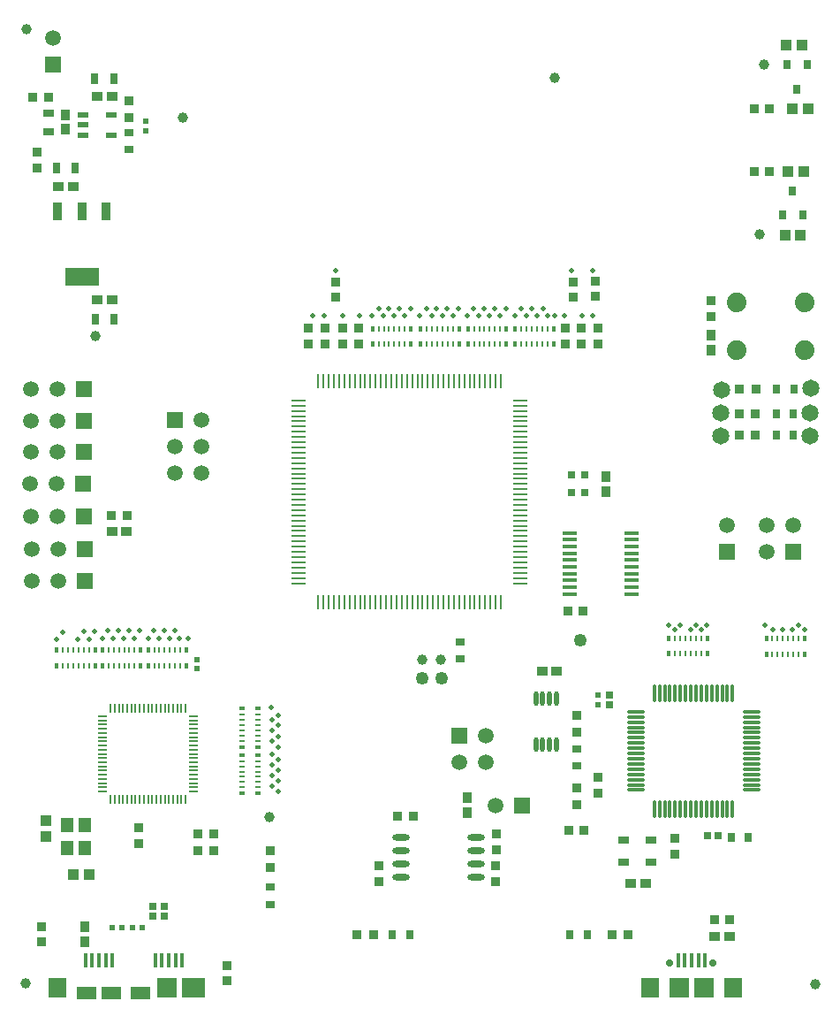
<source format=gbr>
%TF.GenerationSoftware,Altium Limited,Altium Designer,18.1.7 (191)*%
G04 Layer_Color=255*
%FSLAX26Y26*%
%MOIN*%
%TF.FileFunction,Pads,Top*%
%TF.Part,Single*%
G01*
G75*
%TA.AperFunction,SMDPad,CuDef*%
%ADD11C,0.019685*%
%ADD12R,0.043307X0.037402*%
%ADD13R,0.033465X0.035433*%
%ADD14R,0.031496X0.037402*%
%ADD15R,0.016732X0.019685*%
%ADD16R,0.009842X0.019685*%
%ADD17R,0.035433X0.037402*%
%ADD18C,0.039370*%
%ADD19R,0.047244X0.055118*%
%ADD20R,0.035433X0.031496*%
%ADD21O,0.017716X0.055118*%
%ADD22R,0.037402X0.035433*%
%ADD23R,0.058071X0.017716*%
%ADD24R,0.019685X0.016732*%
%ADD25R,0.019685X0.009842*%
%ADD26R,0.026772X0.026772*%
%ADD27R,0.026772X0.026772*%
%ADD28R,0.025591X0.037402*%
%ADD29R,0.022835X0.022047*%
%ADD30R,0.041339X0.039370*%
%ADD31R,0.039370X0.041339*%
%ADD32O,0.007874X0.037402*%
%ADD33O,0.037402X0.007874*%
%ADD34O,0.064961X0.023622*%
%ADD35R,0.037402X0.031496*%
%ADD36R,0.035433X0.033465*%
%ADD37R,0.022047X0.022835*%
%ADD38R,0.037402X0.043307*%
%ADD39R,0.021654X0.021654*%
%ADD40O,0.009842X0.055118*%
%ADD41O,0.055118X0.009842*%
%ADD42R,0.015748X0.053150*%
%ADD43R,0.070866X0.074803*%
%ADD44R,0.074803X0.074803*%
%ADD45R,0.039370X0.023622*%
%ADD46R,0.031496X0.027559*%
%ADD47R,0.039370X0.031496*%
%ADD48R,0.074803X0.047244*%
%ADD49R,0.090551X0.074803*%
%ADD50R,0.037402X0.037402*%
%ADD51O,0.070866X0.011811*%
%ADD52O,0.011811X0.070866*%
%ADD53R,0.031496X0.035433*%
%ADD54R,0.029528X0.039370*%
%ADD55R,0.125984X0.068898*%
%ADD56R,0.035433X0.068898*%
%ADD57R,0.039370X0.029528*%
%TA.AperFunction,ComponentPad*%
%ADD73R,0.059055X0.059055*%
%ADD74C,0.059055*%
%ADD75R,0.059055X0.059055*%
%TA.AperFunction,ViaPad*%
%ADD76C,0.049213*%
%ADD77C,0.064960*%
%TA.AperFunction,ComponentPad*%
%ADD78C,0.074000*%
%ADD79C,0.027559*%
D11*
X316102Y1458661D02*
D03*
X339370Y1486063D02*
D03*
X2339331Y2850827D02*
D03*
X2196614Y2680905D02*
D03*
X2070354Y2707756D02*
D03*
X2108779D02*
D03*
X2151418D02*
D03*
X1890276D02*
D03*
X1929646D02*
D03*
X1970118D02*
D03*
X2012126D02*
D03*
X1710748D02*
D03*
X1750118D02*
D03*
X1790591D02*
D03*
X1832599D02*
D03*
X1530669D02*
D03*
X1570039D02*
D03*
X1610512D02*
D03*
X1652520D02*
D03*
X2167598Y2680945D02*
D03*
X2128032D02*
D03*
X2089173D02*
D03*
X2045945D02*
D03*
X1989606D02*
D03*
X1950000D02*
D03*
X1909606D02*
D03*
X1865945D02*
D03*
X1810827D02*
D03*
X1771220D02*
D03*
X1731220D02*
D03*
X1687205D02*
D03*
X1629606D02*
D03*
X1589606D02*
D03*
X1550000D02*
D03*
X1505709D02*
D03*
X2232165D02*
D03*
X2259173Y2850827D02*
D03*
X2340354Y2680945D02*
D03*
X2300394Y2680787D02*
D03*
X1459606Y2680945D02*
D03*
X1394488D02*
D03*
X1369449Y2850827D02*
D03*
X1324055Y2680945D02*
D03*
X1282047D02*
D03*
X2770197Y1513110D02*
D03*
X2747402Y1494882D02*
D03*
X2727992Y1513110D02*
D03*
X2707323Y1494882D02*
D03*
X2668504Y1513110D02*
D03*
X2649095Y1494882D02*
D03*
X2626732Y1513110D02*
D03*
X3137677Y1494882D02*
D03*
X3115354Y1513110D02*
D03*
X3091968Y1494882D02*
D03*
X3056850D02*
D03*
X3018465D02*
D03*
X2990512Y1513110D02*
D03*
X489882Y1462716D02*
D03*
X1153622Y887835D02*
D03*
Y925236D02*
D03*
Y966221D02*
D03*
Y1005433D02*
D03*
Y1053661D02*
D03*
Y1093583D02*
D03*
Y1135709D02*
D03*
Y1174528D02*
D03*
X1127480Y906968D02*
D03*
Y946142D02*
D03*
Y986063D02*
D03*
Y1025267D02*
D03*
Y1075039D02*
D03*
Y1115827D02*
D03*
Y1155394D02*
D03*
X1124370Y1201535D02*
D03*
X397244Y1459331D02*
D03*
X418425Y1489016D02*
D03*
X438012Y1460945D02*
D03*
X460276Y1490079D02*
D03*
X510236Y1492402D02*
D03*
X529794Y1462716D02*
D03*
X549370Y1492402D02*
D03*
X568967Y1462716D02*
D03*
X588543Y1492402D02*
D03*
X607913Y1462716D02*
D03*
X630276Y1492402D02*
D03*
X661438Y1462716D02*
D03*
X681929Y1492402D02*
D03*
X702047Y1462716D02*
D03*
X721339Y1492402D02*
D03*
X741378Y1462716D02*
D03*
X762559Y1492402D02*
D03*
X780354Y1462716D02*
D03*
X811181D02*
D03*
D12*
X524449Y1865315D02*
D03*
X579567D02*
D03*
X2854764Y338820D02*
D03*
X2799646D02*
D03*
X2148406Y1339154D02*
D03*
X2203524D02*
D03*
X2482204Y538189D02*
D03*
X2537322D02*
D03*
X469410Y3507284D02*
D03*
X524528D02*
D03*
X323516Y3167638D02*
D03*
X378634D02*
D03*
X469870Y2741158D02*
D03*
X524988D02*
D03*
D13*
X521259Y1927007D02*
D03*
X582283D02*
D03*
X2412520Y345945D02*
D03*
X2473543D02*
D03*
X2952362Y2229213D02*
D03*
X2891339D02*
D03*
X2952362Y2311024D02*
D03*
X2891339D02*
D03*
X2954488Y2403543D02*
D03*
X2893465D02*
D03*
X1602125Y793623D02*
D03*
X1663149D02*
D03*
X1450275Y345945D02*
D03*
X1511299D02*
D03*
X908779Y726379D02*
D03*
X847757D02*
D03*
X847874Y664448D02*
D03*
X908898D02*
D03*
D14*
X2253701Y345945D02*
D03*
X2318661D02*
D03*
X3031181Y2228622D02*
D03*
X3096142D02*
D03*
X3031181Y2311024D02*
D03*
X3096142D02*
D03*
X3033307Y2402481D02*
D03*
X3098268D02*
D03*
X1648267Y345945D02*
D03*
X1583307D02*
D03*
D15*
X2046594Y2572008D02*
D03*
X2191280D02*
D03*
Y2631063D02*
D03*
X2046594D02*
D03*
X1868091Y2572008D02*
D03*
X2012776D02*
D03*
Y2631063D02*
D03*
X1868091D02*
D03*
X1507815Y2572008D02*
D03*
X1652500D02*
D03*
Y2631063D02*
D03*
X1507815D02*
D03*
X1689390Y2572008D02*
D03*
X1834075D02*
D03*
Y2631063D02*
D03*
X1689390D02*
D03*
X660866Y1418445D02*
D03*
X805551D02*
D03*
Y1359390D02*
D03*
X660866D02*
D03*
X488681Y1359409D02*
D03*
X633366D02*
D03*
Y1418465D02*
D03*
X488681D02*
D03*
X2626358Y1464527D02*
D03*
X2771043D02*
D03*
Y1405472D02*
D03*
X2626358D02*
D03*
X316319Y1359409D02*
D03*
X461004D02*
D03*
Y1418465D02*
D03*
X316319D02*
D03*
X2994075Y1463819D02*
D03*
X3138760D02*
D03*
Y1404764D02*
D03*
X2994075D02*
D03*
D16*
X2069724Y2572008D02*
D03*
X2089409D02*
D03*
X2109095D02*
D03*
X2128780D02*
D03*
X2148465D02*
D03*
X2168150D02*
D03*
Y2631063D02*
D03*
X2148465D02*
D03*
X2128780D02*
D03*
X2109095D02*
D03*
X2089409D02*
D03*
X2069724D02*
D03*
X1891220Y2572008D02*
D03*
X1910906D02*
D03*
X1930591D02*
D03*
X1950276D02*
D03*
X1969961D02*
D03*
X1989646D02*
D03*
Y2631063D02*
D03*
X1969961D02*
D03*
X1950276D02*
D03*
X1930591D02*
D03*
X1910906D02*
D03*
X1891220D02*
D03*
X1530945Y2572008D02*
D03*
X1550630D02*
D03*
X1570315D02*
D03*
X1590000D02*
D03*
X1609685D02*
D03*
X1629370D02*
D03*
Y2631063D02*
D03*
X1609685D02*
D03*
X1590000D02*
D03*
X1570315D02*
D03*
X1550630D02*
D03*
X1530945D02*
D03*
X1712520Y2572008D02*
D03*
X1732205D02*
D03*
X1751890D02*
D03*
X1771575D02*
D03*
X1791260D02*
D03*
X1810945D02*
D03*
Y2631063D02*
D03*
X1791260D02*
D03*
X1771575D02*
D03*
X1751890D02*
D03*
X1732205D02*
D03*
X1712520D02*
D03*
X683996Y1418445D02*
D03*
X703681D02*
D03*
X723366D02*
D03*
X743051D02*
D03*
X762736D02*
D03*
X782421D02*
D03*
Y1359390D02*
D03*
X762736D02*
D03*
X743051D02*
D03*
X723366D02*
D03*
X703681D02*
D03*
X683996D02*
D03*
X511811Y1359409D02*
D03*
X531496D02*
D03*
X551181D02*
D03*
X570866D02*
D03*
X590551D02*
D03*
X610236D02*
D03*
Y1418465D02*
D03*
X590551D02*
D03*
X570866D02*
D03*
X551181D02*
D03*
X531496D02*
D03*
X511811D02*
D03*
X2649488Y1464527D02*
D03*
X2669173D02*
D03*
X2688858D02*
D03*
X2708543D02*
D03*
X2728228D02*
D03*
X2747913D02*
D03*
Y1405472D02*
D03*
X2728228D02*
D03*
X2708543D02*
D03*
X2688858D02*
D03*
X2669173D02*
D03*
X2649488D02*
D03*
X339449Y1359409D02*
D03*
X359134D02*
D03*
X378819D02*
D03*
X398504D02*
D03*
X418189D02*
D03*
X437874D02*
D03*
Y1418465D02*
D03*
X418189D02*
D03*
X398504D02*
D03*
X378819D02*
D03*
X359134D02*
D03*
X339449D02*
D03*
X3017205Y1463819D02*
D03*
X3036890D02*
D03*
X3056575D02*
D03*
X3076260D02*
D03*
X3095945D02*
D03*
X3115630D02*
D03*
Y1404764D02*
D03*
X3095945D02*
D03*
X3076260D02*
D03*
X3056575D02*
D03*
X3036890D02*
D03*
X3017205D02*
D03*
D17*
X2350472Y2753189D02*
D03*
Y2810276D02*
D03*
X2297204Y2574449D02*
D03*
Y2631535D02*
D03*
X2264646Y2750748D02*
D03*
Y2807835D02*
D03*
X1394173Y2574449D02*
D03*
Y2631535D02*
D03*
X1368583Y2750433D02*
D03*
Y2807520D02*
D03*
X2236535Y2631535D02*
D03*
Y2574449D02*
D03*
X2357953Y2631535D02*
D03*
Y2574449D02*
D03*
X1456890Y2631535D02*
D03*
Y2574449D02*
D03*
X1330551Y2631535D02*
D03*
Y2574449D02*
D03*
X1266890Y2631535D02*
D03*
Y2574449D02*
D03*
X243819Y3294882D02*
D03*
Y3237795D02*
D03*
X960276Y173307D02*
D03*
Y230394D02*
D03*
X259016Y319685D02*
D03*
Y376772D02*
D03*
D18*
X1766772Y1384449D02*
D03*
X1695276D02*
D03*
X2196142Y3577323D02*
D03*
X197480Y162322D02*
D03*
X201220Y3760354D02*
D03*
X3177638Y158937D02*
D03*
X792323Y3425118D02*
D03*
X463307Y2603583D02*
D03*
X2969095Y2985157D02*
D03*
X2985590Y3627913D02*
D03*
X1117992Y789803D02*
D03*
D19*
X355866Y673622D02*
D03*
Y760236D02*
D03*
X422795D02*
D03*
Y673622D02*
D03*
D20*
X2277874Y1046014D02*
D03*
Y983022D02*
D03*
X588662Y3306024D02*
D03*
Y3369016D02*
D03*
D21*
X2124488Y1062382D02*
D03*
X2150079D02*
D03*
X2175669D02*
D03*
X2201260D02*
D03*
X2124488Y1235610D02*
D03*
X2150079D02*
D03*
X2175669D02*
D03*
X2201260D02*
D03*
D22*
X2301772Y1566968D02*
D03*
X2244685D02*
D03*
X2948701Y3461102D02*
D03*
X3005787D02*
D03*
X2948740Y3223622D02*
D03*
X3005827D02*
D03*
X284094Y3504724D02*
D03*
X227008D02*
D03*
X2306222Y739645D02*
D03*
X2249133D02*
D03*
X2798662Y401850D02*
D03*
X2855748D02*
D03*
D23*
X2253898Y1861378D02*
D03*
Y1835787D02*
D03*
Y1810197D02*
D03*
Y1784606D02*
D03*
Y1759016D02*
D03*
Y1733425D02*
D03*
Y1707835D02*
D03*
Y1682244D02*
D03*
Y1656654D02*
D03*
Y1631063D02*
D03*
X2485236D02*
D03*
Y1656654D02*
D03*
Y1682244D02*
D03*
Y1707835D02*
D03*
Y1733425D02*
D03*
Y1759016D02*
D03*
Y1784606D02*
D03*
Y1810197D02*
D03*
Y1835787D02*
D03*
Y1861378D02*
D03*
D24*
X1076024Y1023799D02*
D03*
Y879114D02*
D03*
X1016968D02*
D03*
Y1023799D02*
D03*
Y1198957D02*
D03*
Y1054272D02*
D03*
X1076024D02*
D03*
Y1198957D02*
D03*
D25*
Y1000669D02*
D03*
Y980984D02*
D03*
Y961299D02*
D03*
Y941614D02*
D03*
Y921929D02*
D03*
Y902244D02*
D03*
X1016968D02*
D03*
Y921929D02*
D03*
Y941614D02*
D03*
Y961299D02*
D03*
Y980984D02*
D03*
Y1000669D02*
D03*
Y1175827D02*
D03*
Y1156142D02*
D03*
Y1136457D02*
D03*
Y1116772D02*
D03*
Y1097087D02*
D03*
Y1077402D02*
D03*
X1076024D02*
D03*
Y1097087D02*
D03*
Y1116772D02*
D03*
Y1136457D02*
D03*
Y1156142D02*
D03*
Y1175827D02*
D03*
D26*
X2402992Y1213071D02*
D03*
Y1250079D02*
D03*
X679528Y416811D02*
D03*
Y453819D02*
D03*
X722441D02*
D03*
Y416811D02*
D03*
D27*
X2773622Y719882D02*
D03*
X2810630D02*
D03*
D28*
X3110472Y3534567D02*
D03*
X3073071Y3627087D02*
D03*
X3147874D02*
D03*
X3055984Y3058780D02*
D03*
X3130787D02*
D03*
X3093386Y3151299D02*
D03*
D29*
X2358583Y1212087D02*
D03*
Y1249882D02*
D03*
X651024Y3376456D02*
D03*
Y3414252D02*
D03*
D30*
X438740Y573386D02*
D03*
X379685D02*
D03*
X3093347Y3461418D02*
D03*
X3152401D02*
D03*
X3129448Y3700000D02*
D03*
X3070394D02*
D03*
X3123150Y2983622D02*
D03*
X3064094D02*
D03*
X3076928Y3221516D02*
D03*
X3135984D02*
D03*
D31*
X274114Y776358D02*
D03*
Y717303D02*
D03*
D32*
X519232Y1200236D02*
D03*
X534980D02*
D03*
X550728D02*
D03*
X566476D02*
D03*
X582224D02*
D03*
X597972D02*
D03*
X613720D02*
D03*
X629468D02*
D03*
X645216D02*
D03*
X660964D02*
D03*
X676712D02*
D03*
X692460D02*
D03*
X708208D02*
D03*
X723956D02*
D03*
X739704D02*
D03*
X755452D02*
D03*
X771200D02*
D03*
X786948D02*
D03*
X802698D02*
D03*
Y855748D02*
D03*
X786948D02*
D03*
X771200D02*
D03*
X755452D02*
D03*
X739704D02*
D03*
X723956D02*
D03*
X708208D02*
D03*
X692460D02*
D03*
X676712D02*
D03*
X660964D02*
D03*
X645216D02*
D03*
X629468D02*
D03*
X613720D02*
D03*
X597972D02*
D03*
X582224D02*
D03*
X566476D02*
D03*
X550728D02*
D03*
X534980D02*
D03*
X519232D02*
D03*
D33*
X833208Y1169724D02*
D03*
Y1153976D02*
D03*
Y1138228D02*
D03*
Y1122480D02*
D03*
Y1106732D02*
D03*
Y1090984D02*
D03*
Y1075236D02*
D03*
Y1059488D02*
D03*
Y1043740D02*
D03*
Y1027992D02*
D03*
Y1012244D02*
D03*
Y996496D02*
D03*
Y980748D02*
D03*
Y965000D02*
D03*
Y949252D02*
D03*
Y933504D02*
D03*
Y917756D02*
D03*
Y902008D02*
D03*
Y886260D02*
D03*
X488720D02*
D03*
Y902008D02*
D03*
Y917756D02*
D03*
Y933504D02*
D03*
Y949252D02*
D03*
Y965000D02*
D03*
Y980748D02*
D03*
Y996496D02*
D03*
Y1012244D02*
D03*
Y1027992D02*
D03*
Y1043740D02*
D03*
Y1059488D02*
D03*
Y1075236D02*
D03*
Y1090984D02*
D03*
Y1106732D02*
D03*
Y1122480D02*
D03*
Y1138228D02*
D03*
Y1153976D02*
D03*
Y1169724D02*
D03*
D34*
X1898503Y561771D02*
D03*
Y611771D02*
D03*
Y661771D02*
D03*
Y711771D02*
D03*
X1617007Y561771D02*
D03*
Y611771D02*
D03*
Y661771D02*
D03*
Y711771D02*
D03*
D35*
X1122323Y525354D02*
D03*
Y460394D02*
D03*
X1839449Y1449803D02*
D03*
Y1384842D02*
D03*
D36*
X1121339Y600512D02*
D03*
Y661535D02*
D03*
X2785866Y2737441D02*
D03*
Y2676417D02*
D03*
X588032Y3427480D02*
D03*
Y3488504D02*
D03*
X1972755Y546259D02*
D03*
Y607283D02*
D03*
X2278346Y1172402D02*
D03*
Y1111378D02*
D03*
X2357716Y940000D02*
D03*
Y878976D02*
D03*
X2278371Y898583D02*
D03*
Y837559D02*
D03*
X2648110Y710275D02*
D03*
Y649251D02*
D03*
X1975629Y727677D02*
D03*
Y666653D02*
D03*
X1532755Y546259D02*
D03*
Y607283D02*
D03*
D37*
X563426Y372480D02*
D03*
X601260Y373150D02*
D03*
X639056D02*
D03*
X525631Y372480D02*
D03*
D38*
X2785787Y2606535D02*
D03*
Y2551417D02*
D03*
X2389568Y2016870D02*
D03*
Y2071988D02*
D03*
X1866024Y861457D02*
D03*
Y806339D02*
D03*
X422678Y320315D02*
D03*
Y375433D02*
D03*
X349134Y3437402D02*
D03*
Y3382284D02*
D03*
D39*
X846339Y1348504D02*
D03*
Y1383938D02*
D03*
D40*
X1303268Y2433110D02*
D03*
X1322952D02*
D03*
X1342638D02*
D03*
X1362324D02*
D03*
X1382008D02*
D03*
X1401694D02*
D03*
X1421378D02*
D03*
X1441064D02*
D03*
X1460748D02*
D03*
X1480434D02*
D03*
X1500118D02*
D03*
X1519804D02*
D03*
X1539488D02*
D03*
X1559174D02*
D03*
X1578858D02*
D03*
X1598544D02*
D03*
X1618228D02*
D03*
X1637914D02*
D03*
X1657598D02*
D03*
X1677284D02*
D03*
X1696968D02*
D03*
X1716654D02*
D03*
X1736338D02*
D03*
X1756024D02*
D03*
X1775708D02*
D03*
X1795394D02*
D03*
X1815078D02*
D03*
X1834764D02*
D03*
X1854448D02*
D03*
X1874134D02*
D03*
X1893820D02*
D03*
X1913504D02*
D03*
X1933190D02*
D03*
X1952874D02*
D03*
X1972560D02*
D03*
X1992244D02*
D03*
Y1598464D02*
D03*
X1972560D02*
D03*
X1952874D02*
D03*
X1933190D02*
D03*
X1913504D02*
D03*
X1893820D02*
D03*
X1874134D02*
D03*
X1854448D02*
D03*
X1834764D02*
D03*
X1815078D02*
D03*
X1795394D02*
D03*
X1775708D02*
D03*
X1756024D02*
D03*
X1736338D02*
D03*
X1716654D02*
D03*
X1696968D02*
D03*
X1677284D02*
D03*
X1657598D02*
D03*
X1637914D02*
D03*
X1618228D02*
D03*
X1598544D02*
D03*
X1578858D02*
D03*
X1559174D02*
D03*
X1539488D02*
D03*
X1519804D02*
D03*
X1500118D02*
D03*
X1480434D02*
D03*
X1460748D02*
D03*
X1441064D02*
D03*
X1421378D02*
D03*
X1401694D02*
D03*
X1382008D02*
D03*
X1362324D02*
D03*
X1342638D02*
D03*
X1322952D02*
D03*
X1303268D02*
D03*
D41*
X2065078Y2360276D02*
D03*
Y2340590D02*
D03*
Y2320906D02*
D03*
Y2301220D02*
D03*
Y2281536D02*
D03*
Y2261850D02*
D03*
Y2242166D02*
D03*
Y2222480D02*
D03*
Y2202796D02*
D03*
Y2183110D02*
D03*
Y2163426D02*
D03*
Y2143740D02*
D03*
Y2124056D02*
D03*
Y2104370D02*
D03*
Y2084686D02*
D03*
Y2065000D02*
D03*
Y2045314D02*
D03*
Y2025630D02*
D03*
Y2005944D02*
D03*
Y1986260D02*
D03*
Y1966574D02*
D03*
Y1946890D02*
D03*
Y1927204D02*
D03*
Y1907520D02*
D03*
Y1887834D02*
D03*
Y1868150D02*
D03*
Y1848464D02*
D03*
Y1828780D02*
D03*
Y1809094D02*
D03*
Y1789410D02*
D03*
Y1769724D02*
D03*
Y1750040D02*
D03*
Y1730354D02*
D03*
Y1710670D02*
D03*
Y1690984D02*
D03*
Y1671300D02*
D03*
X1230434D02*
D03*
Y1690984D02*
D03*
Y1710670D02*
D03*
Y1730354D02*
D03*
Y1750040D02*
D03*
Y1769724D02*
D03*
Y1789410D02*
D03*
Y1809094D02*
D03*
Y1828780D02*
D03*
Y1848464D02*
D03*
Y1868150D02*
D03*
Y1887834D02*
D03*
Y1907520D02*
D03*
Y1927204D02*
D03*
Y1946890D02*
D03*
Y1966574D02*
D03*
Y1986260D02*
D03*
Y2005944D02*
D03*
Y2025630D02*
D03*
Y2045314D02*
D03*
Y2065000D02*
D03*
Y2084686D02*
D03*
Y2104370D02*
D03*
Y2124056D02*
D03*
Y2143740D02*
D03*
Y2163426D02*
D03*
Y2183110D02*
D03*
Y2202796D02*
D03*
Y2222480D02*
D03*
Y2242166D02*
D03*
Y2261850D02*
D03*
Y2281536D02*
D03*
Y2301220D02*
D03*
Y2320906D02*
D03*
Y2340590D02*
D03*
Y2360276D02*
D03*
D42*
X2737716Y250276D02*
D03*
X2712126D02*
D03*
X2686536D02*
D03*
X2763306D02*
D03*
X2660944D02*
D03*
X739408Y250374D02*
D03*
X424448D02*
D03*
X526810D02*
D03*
X450038D02*
D03*
X501220D02*
D03*
X765000D02*
D03*
X790590D02*
D03*
X475630D02*
D03*
X713818D02*
D03*
X688228D02*
D03*
D43*
X2869606Y144960D02*
D03*
X2554646D02*
D03*
X318150Y145060D02*
D03*
D44*
X2759370Y144960D02*
D03*
X2664882D02*
D03*
X731534Y145060D02*
D03*
D45*
X415078Y3435826D02*
D03*
Y3398426D02*
D03*
Y3361024D02*
D03*
X523346D02*
D03*
Y3435826D02*
D03*
D46*
X2259568Y2013956D02*
D03*
Y2078918D02*
D03*
X2308780Y2013956D02*
D03*
Y2078918D02*
D03*
D47*
X2456496Y620000D02*
D03*
X2558858D02*
D03*
Y702678D02*
D03*
X2456496D02*
D03*
D48*
X428386Y125375D02*
D03*
X522874D02*
D03*
X633110D02*
D03*
D49*
X833898Y145060D02*
D03*
D50*
X626654Y750079D02*
D03*
Y691023D02*
D03*
D51*
X2500630Y891574D02*
D03*
Y911260D02*
D03*
Y930944D02*
D03*
Y950630D02*
D03*
Y970316D02*
D03*
Y990000D02*
D03*
Y1009686D02*
D03*
Y1029370D02*
D03*
Y1049056D02*
D03*
Y1068740D02*
D03*
Y1088426D02*
D03*
Y1108110D02*
D03*
Y1127796D02*
D03*
Y1147480D02*
D03*
Y1167166D02*
D03*
Y1186850D02*
D03*
X2937638D02*
D03*
Y1167166D02*
D03*
Y1147480D02*
D03*
Y1127796D02*
D03*
Y1108110D02*
D03*
Y1088426D02*
D03*
Y1068740D02*
D03*
Y1049056D02*
D03*
Y1029370D02*
D03*
Y1009686D02*
D03*
Y990000D02*
D03*
Y970316D02*
D03*
Y950630D02*
D03*
Y930944D02*
D03*
Y911260D02*
D03*
Y891574D02*
D03*
D52*
X2571496Y1257716D02*
D03*
X2591182D02*
D03*
X2610866D02*
D03*
X2630552D02*
D03*
X2650236D02*
D03*
X2669922D02*
D03*
X2689606D02*
D03*
X2709292D02*
D03*
X2728976D02*
D03*
X2748662D02*
D03*
X2768346D02*
D03*
X2788032D02*
D03*
X2807716D02*
D03*
X2827402D02*
D03*
X2847086D02*
D03*
X2866772D02*
D03*
Y820708D02*
D03*
X2847086D02*
D03*
X2827402D02*
D03*
X2807716D02*
D03*
X2788032D02*
D03*
X2768346D02*
D03*
X2748662D02*
D03*
X2728976D02*
D03*
X2709292D02*
D03*
X2689606D02*
D03*
X2669922D02*
D03*
X2650236D02*
D03*
X2630552D02*
D03*
X2610866D02*
D03*
X2591182D02*
D03*
X2571496D02*
D03*
D53*
X2862678Y712323D02*
D03*
X2925670D02*
D03*
D54*
X460078Y3572284D02*
D03*
X530944D02*
D03*
X386508Y3237638D02*
D03*
X315642D02*
D03*
X533294Y2666158D02*
D03*
X462428D02*
D03*
D55*
X411074Y2826102D02*
D03*
D56*
X320524Y3072166D02*
D03*
X411074D02*
D03*
X501626D02*
D03*
D57*
X284174Y3372008D02*
D03*
Y3442874D02*
D03*
D73*
X760748Y2285079D02*
D03*
X3095315Y1788465D02*
D03*
X2844291D02*
D03*
X1837047Y1096142D02*
D03*
X301024Y3625472D02*
D03*
D74*
X860748Y2285079D02*
D03*
X760748Y2185079D02*
D03*
X860748D02*
D03*
X760748Y2085079D02*
D03*
X860748D02*
D03*
X223425Y1678150D02*
D03*
X323425D02*
D03*
X222401Y1801220D02*
D03*
X322401D02*
D03*
X220354Y1922165D02*
D03*
X320354D02*
D03*
X318307Y2402323D02*
D03*
X218307D02*
D03*
X217283Y2283386D02*
D03*
X317283D02*
D03*
X217677Y2165197D02*
D03*
X317677D02*
D03*
X316654Y2045236D02*
D03*
X216654D02*
D03*
X2995315Y1888465D02*
D03*
X3095315D02*
D03*
X2995315Y1788465D02*
D03*
X2844291Y1888465D02*
D03*
X1971574Y834725D02*
D03*
X1937047Y996142D02*
D03*
X1837047D02*
D03*
X1937047Y1096142D02*
D03*
X301024Y3725472D02*
D03*
D75*
X423425Y1678150D02*
D03*
X422401Y1801220D02*
D03*
X420354Y1922165D02*
D03*
X418307Y2402323D02*
D03*
X417283Y2283386D02*
D03*
X417677Y2165197D02*
D03*
X416654Y2045236D02*
D03*
X2071574Y834725D02*
D03*
D76*
X2291417Y1456890D02*
D03*
X1769449Y1314213D02*
D03*
X1696024D02*
D03*
D77*
X2822126Y2226890D02*
D03*
Y2313189D02*
D03*
X3159016Y2226890D02*
D03*
Y2313189D02*
D03*
X3161142Y2404961D02*
D03*
X2824252Y2399331D02*
D03*
D78*
X3137291Y2550449D02*
D03*
X2881291D02*
D03*
X3137291Y2728449D02*
D03*
X2881291D02*
D03*
D79*
X2793818Y241416D02*
D03*
X2630432D02*
D03*
%TF.MD5,851b59eaddf627db90377faba36cc83a*%
M02*

</source>
